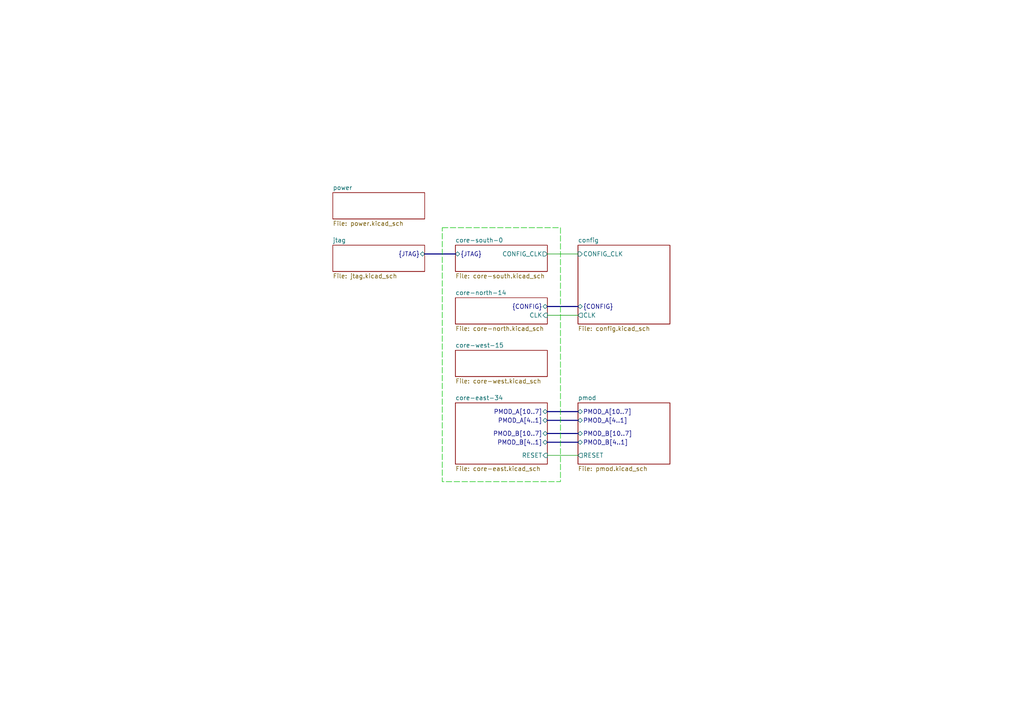
<source format=kicad_sch>
(kicad_sch
	(version 20250114)
	(generator "eeschema")
	(generator_version "9.0")
	(uuid "15e0a42f-48e0-4a5d-9b6b-7d249ffc02ad")
	(paper "A4")
	(title_block
		(title "nuku.carrier.template.basic")
		(date "2025-06-28")
		(rev "0")
		(company "Samuel López Asunción")
		(comment 1 "@supersmau")
	)
	(lib_symbols)
	(bus_alias "CONFIG"
		(members "CONFIG_MOSI_D00" "CONFIG_DIN_D01" "CONFIG_D02" "CONFIG_D03" "CONFIG_FCS_B")
	)
	(bus_alias "JTAG"
		(members "JTAG_TMS" "JTAG_TCK" "JTAG_TDI" "JTAG_TDO")
	)
	(bus_alias "UART"
		(members "UART_TXD" "UART_RXD" "UART_RTS#" "UART_CTS#")
	)
	(rectangle
		(start 128.27 66.04)
		(end 162.56 139.7)
		(stroke
			(width 0)
			(type dash)
			(color 0 194 0 1)
		)
		(fill
			(type none)
		)
		(uuid 58ad5a85-abf7-44fc-88b2-a745afe0a8a4)
	)
	(bus
		(pts
			(xy 158.75 121.92) (xy 167.64 121.92)
		)
		(stroke
			(width 0)
			(type default)
		)
		(uuid "0e7d770b-f2e9-4615-948b-fdb784271de0")
	)
	(bus
		(pts
			(xy 158.75 125.73) (xy 167.64 125.73)
		)
		(stroke
			(width 0)
			(type default)
		)
		(uuid "0e8edf65-0253-4528-839b-eb0a68d3c3d5")
	)
	(bus
		(pts
			(xy 158.75 119.38) (xy 167.64 119.38)
		)
		(stroke
			(width 0)
			(type default)
		)
		(uuid "47e922db-98b9-465d-b533-b096baa558d9")
	)
	(bus
		(pts
			(xy 158.75 88.9) (xy 167.64 88.9)
		)
		(stroke
			(width 0)
			(type default)
		)
		(uuid "4c061994-3bbd-4bfe-954b-9c4bb0836967")
	)
	(bus
		(pts
			(xy 123.19 73.66) (xy 132.08 73.66)
		)
		(stroke
			(width 0)
			(type default)
		)
		(uuid "8ecd5ead-a891-4bd3-a7d7-bdb0750e0715")
	)
	(wire
		(pts
			(xy 158.75 73.66) (xy 167.64 73.66)
		)
		(stroke
			(width 0)
			(type default)
		)
		(uuid "bdf9edea-b8fa-4f40-95d0-b4593fed542e")
	)
	(bus
		(pts
			(xy 158.75 128.27) (xy 167.64 128.27)
		)
		(stroke
			(width 0)
			(type default)
		)
		(uuid "c86fc1fb-6e31-479e-97bf-6a2136adc7ba")
	)
	(wire
		(pts
			(xy 158.75 91.44) (xy 167.64 91.44)
		)
		(stroke
			(width 0)
			(type default)
		)
		(uuid "ee707cf1-517f-4e9b-b57f-c6e493eb19bb")
	)
	(wire
		(pts
			(xy 158.75 132.08) (xy 167.64 132.08)
		)
		(stroke
			(width 0)
			(type default)
		)
		(uuid "fce4b103-1d35-4d4c-8f23-dd831e9424eb")
	)
	(sheet
		(at 96.52 55.88)
		(size 26.67 7.62)
		(exclude_from_sim no)
		(in_bom yes)
		(on_board yes)
		(dnp no)
		(fields_autoplaced yes)
		(stroke
			(width 0.1524)
			(type solid)
		)
		(fill
			(color 0 0 0 0.0000)
		)
		(uuid "03922103-ca39-46ff-af8e-cc2c8380fe09")
		(property "Sheetname" "power"
			(at 96.52 55.1684 0)
			(effects
				(font
					(size 1.27 1.27)
				)
				(justify left bottom)
			)
		)
		(property "Sheetfile" "power.kicad_sch"
			(at 96.52 64.0846 0)
			(effects
				(font
					(size 1.27 1.27)
				)
				(justify left top)
			)
		)
		(instances
			(project "nuku-carrier-template-bridgeless"
				(path "/15e0a42f-48e0-4a5d-9b6b-7d249ffc02ad"
					(page "6")
				)
			)
		)
	)
	(sheet
		(at 132.08 86.36)
		(size 26.67 7.62)
		(exclude_from_sim no)
		(in_bom yes)
		(on_board yes)
		(dnp no)
		(fields_autoplaced yes)
		(stroke
			(width 0.1524)
			(type solid)
		)
		(fill
			(color 0 0 0 0.0000)
		)
		(uuid "1507897b-6bf0-4cd8-8ffb-af51fcc8b5a0")
		(property "Sheetname" "core-north-14"
			(at 132.08 85.6484 0)
			(effects
				(font
					(size 1.27 1.27)
				)
				(justify left bottom)
			)
		)
		(property "Sheetfile" "core-north.kicad_sch"
			(at 132.08 94.5646 0)
			(effects
				(font
					(size 1.27 1.27)
				)
				(justify left top)
			)
		)
		(pin "CLK" input
			(at 158.75 91.44 0)
			(uuid "a6915069-95ce-4a0c-b26c-430a16b09bb0")
			(effects
				(font
					(size 1.27 1.27)
				)
				(justify right)
			)
		)
		(pin "{CONFIG}" bidirectional
			(at 158.75 88.9 0)
			(uuid "84f926cc-cad0-49ab-8f19-2ae5e9d9f25a")
			(effects
				(font
					(size 1.27 1.27)
				)
				(justify right)
			)
		)
		(instances
			(project "nuku-carrier-template-bridgeless"
				(path "/15e0a42f-48e0-4a5d-9b6b-7d249ffc02ad"
					(page "4")
				)
			)
		)
	)
	(sheet
		(at 167.64 71.12)
		(size 26.67 22.86)
		(exclude_from_sim no)
		(in_bom yes)
		(on_board yes)
		(dnp no)
		(fields_autoplaced yes)
		(stroke
			(width 0.1524)
			(type solid)
		)
		(fill
			(color 0 0 0 0.0000)
		)
		(uuid "7dac40ed-a7ca-4544-9148-bf95ff4c6d66")
		(property "Sheetname" "config"
			(at 167.64 70.4084 0)
			(effects
				(font
					(size 1.27 1.27)
				)
				(justify left bottom)
			)
		)
		(property "Sheetfile" "config.kicad_sch"
			(at 167.64 94.5646 0)
			(effects
				(font
					(size 1.27 1.27)
				)
				(justify left top)
			)
		)
		(pin "CLK" output
			(at 167.64 91.44 180)
			(uuid "b5f626b8-d4f6-436f-82ed-a48a79f66167")
			(effects
				(font
					(size 1.27 1.27)
				)
				(justify left)
			)
		)
		(pin "CONFIG_CLK" input
			(at 167.64 73.66 180)
			(uuid "f677118c-d240-4721-a519-91b60a92d0b1")
			(effects
				(font
					(size 1.27 1.27)
				)
				(justify left)
			)
		)
		(pin "{CONFIG}" bidirectional
			(at 167.64 88.9 180)
			(uuid "45c135d6-680e-4e19-8b83-1b7858de71be")
			(effects
				(font
					(size 1.27 1.27)
				)
				(justify left)
			)
		)
		(instances
			(project "nuku-carrier-template-bridgeless"
				(path "/15e0a42f-48e0-4a5d-9b6b-7d249ffc02ad"
					(page "8")
				)
			)
		)
	)
	(sheet
		(at 96.52 71.12)
		(size 26.67 7.62)
		(exclude_from_sim no)
		(in_bom yes)
		(on_board yes)
		(dnp no)
		(fields_autoplaced yes)
		(stroke
			(width 0.1524)
			(type solid)
		)
		(fill
			(color 0 0 0 0.0000)
		)
		(uuid "972ce0b4-5201-4723-8eca-2b6f7e79e9a9")
		(property "Sheetname" "jtag"
			(at 96.52 70.4084 0)
			(effects
				(font
					(size 1.27 1.27)
				)
				(justify left bottom)
			)
		)
		(property "Sheetfile" "jtag.kicad_sch"
			(at 96.52 79.3246 0)
			(effects
				(font
					(size 1.27 1.27)
				)
				(justify left top)
			)
		)
		(pin "{JTAG}" bidirectional
			(at 123.19 73.66 0)
			(uuid "03d97dbc-d90d-4359-9110-adcea1915737")
			(effects
				(font
					(size 1.27 1.27)
				)
				(justify right)
			)
		)
		(instances
			(project "nuku-carrier-template-bridgeless"
				(path "/15e0a42f-48e0-4a5d-9b6b-7d249ffc02ad"
					(page "7")
				)
			)
		)
	)
	(sheet
		(at 132.08 116.84)
		(size 26.67 17.78)
		(exclude_from_sim no)
		(in_bom yes)
		(on_board yes)
		(dnp no)
		(fields_autoplaced yes)
		(stroke
			(width 0.1524)
			(type solid)
		)
		(fill
			(color 0 0 0 0.0000)
		)
		(uuid "a6d2c372-f8eb-4b45-9928-87d1b28a3847")
		(property "Sheetname" "core-east-34"
			(at 132.08 116.1284 0)
			(effects
				(font
					(size 1.27 1.27)
				)
				(justify left bottom)
			)
		)
		(property "Sheetfile" "core-east.kicad_sch"
			(at 132.08 135.2046 0)
			(effects
				(font
					(size 1.27 1.27)
				)
				(justify left top)
			)
		)
		(pin "PMOD_A[4..1]" bidirectional
			(at 158.75 121.92 0)
			(uuid "205690c2-68b9-48ed-8043-a5a95c44dda7")
			(effects
				(font
					(size 1.27 1.27)
				)
				(justify right)
			)
		)
		(pin "PMOD_A[10..7]" bidirectional
			(at 158.75 119.38 0)
			(uuid "e11b0964-c84b-4fa3-8bac-659765db5821")
			(effects
				(font
					(size 1.27 1.27)
				)
				(justify right)
			)
		)
		(pin "PMOD_B[4..1]" bidirectional
			(at 158.75 128.27 0)
			(uuid "bc99f612-a052-4c74-99f6-52473c4d3dc9")
			(effects
				(font
					(size 1.27 1.27)
				)
				(justify right)
			)
		)
		(pin "PMOD_B[10..7]" bidirectional
			(at 158.75 125.73 0)
			(uuid "fa00000e-32c0-4cd1-bfc1-d6d9eda22b66")
			(effects
				(font
					(size 1.27 1.27)
				)
				(justify right)
			)
		)
		(pin "RESET" input
			(at 158.75 132.08 0)
			(uuid "6e5b95eb-c7ff-4849-bbda-a93dc864a359")
			(effects
				(font
					(size 1.27 1.27)
				)
				(justify right)
			)
		)
		(instances
			(project "nuku-carrier-template-bridgeless"
				(path "/15e0a42f-48e0-4a5d-9b6b-7d249ffc02ad"
					(page "3")
				)
			)
		)
	)
	(sheet
		(at 167.64 116.84)
		(size 26.67 17.78)
		(exclude_from_sim no)
		(in_bom yes)
		(on_board yes)
		(dnp no)
		(fields_autoplaced yes)
		(stroke
			(width 0.1524)
			(type solid)
		)
		(fill
			(color 0 0 0 0.0000)
		)
		(uuid "cb35697b-7148-4b12-9d2d-66ae29597163")
		(property "Sheetname" "pmod"
			(at 167.64 116.1284 0)
			(effects
				(font
					(size 1.27 1.27)
				)
				(justify left bottom)
			)
		)
		(property "Sheetfile" "pmod.kicad_sch"
			(at 167.64 135.2046 0)
			(effects
				(font
					(size 1.27 1.27)
				)
				(justify left top)
			)
		)
		(pin "PMOD_A[4..1]" bidirectional
			(at 167.64 121.92 180)
			(uuid "a01275cf-bfdd-4f49-8430-8174bb044ba2")
			(effects
				(font
					(size 1.27 1.27)
				)
				(justify left)
			)
		)
		(pin "PMOD_A[10..7]" bidirectional
			(at 167.64 119.38 180)
			(uuid "e46ffb40-6d6b-41dc-9c63-9a771ac76aef")
			(effects
				(font
					(size 1.27 1.27)
				)
				(justify left)
			)
		)
		(pin "PMOD_B[4..1]" bidirectional
			(at 167.64 128.27 180)
			(uuid "6615f85d-6572-4c48-9503-41d2a02a4493")
			(effects
				(font
					(size 1.27 1.27)
				)
				(justify left)
			)
		)
		(pin "PMOD_B[10..7]" bidirectional
			(at 167.64 125.73 180)
			(uuid "6ef69243-85be-4e12-b69a-39dee790e75c")
			(effects
				(font
					(size 1.27 1.27)
				)
				(justify left)
			)
		)
		(pin "RESET" output
			(at 167.64 132.08 180)
			(uuid "cf0ea381-4da6-494d-adf4-68d3086ed5e6")
			(effects
				(font
					(size 1.27 1.27)
				)
				(justify left)
			)
		)
		(instances
			(project "nuku-carrier-template-bridgeless"
				(path "/15e0a42f-48e0-4a5d-9b6b-7d249ffc02ad"
					(page "9")
				)
			)
		)
	)
	(sheet
		(at 132.08 71.12)
		(size 26.67 7.62)
		(exclude_from_sim no)
		(in_bom yes)
		(on_board yes)
		(dnp no)
		(fields_autoplaced yes)
		(stroke
			(width 0.1524)
			(type solid)
		)
		(fill
			(color 0 0 0 0.0000)
		)
		(uuid "ef4b559c-b874-49e1-888b-254edf65eaa4")
		(property "Sheetname" "core-south-0"
			(at 132.08 70.4084 0)
			(effects
				(font
					(size 1.27 1.27)
				)
				(justify left bottom)
			)
		)
		(property "Sheetfile" "core-south.kicad_sch"
			(at 132.08 79.3246 0)
			(effects
				(font
					(size 1.27 1.27)
				)
				(justify left top)
			)
		)
		(pin "CONFIG_CLK" output
			(at 158.75 73.66 0)
			(uuid "ac55db0d-a1ea-4213-a2f6-e66b6f5a2b9a")
			(effects
				(font
					(size 1.27 1.27)
				)
				(justify right)
			)
		)
		(pin "{JTAG}" bidirectional
			(at 132.08 73.66 180)
			(uuid "8136664d-f79a-488d-b782-4b70e96a34b5")
			(effects
				(font
					(size 1.27 1.27)
				)
				(justify left)
			)
		)
		(instances
			(project "nuku-carrier-template-bridgeless"
				(path "/15e0a42f-48e0-4a5d-9b6b-7d249ffc02ad"
					(page "2")
				)
			)
		)
	)
	(sheet
		(at 132.08 101.6)
		(size 26.67 7.62)
		(exclude_from_sim no)
		(in_bom yes)
		(on_board yes)
		(dnp no)
		(fields_autoplaced yes)
		(stroke
			(width 0.1524)
			(type solid)
		)
		(fill
			(color 0 0 0 0.0000)
		)
		(uuid "f5fddfe7-b42d-4071-b0c3-78519ce86dea")
		(property "Sheetname" "core-west-15"
			(at 132.08 100.8884 0)
			(effects
				(font
					(size 1.27 1.27)
				)
				(justify left bottom)
			)
		)
		(property "Sheetfile" "core-west.kicad_sch"
			(at 132.08 109.8046 0)
			(effects
				(font
					(size 1.27 1.27)
				)
				(justify left top)
			)
		)
		(instances
			(project "nuku-carrier-template-bridgeless"
				(path "/15e0a42f-48e0-4a5d-9b6b-7d249ffc02ad"
					(page "5")
				)
			)
		)
	)
	(sheet_instances
		(path "/"
			(page "1")
		)
	)
	(embedded_fonts no)
)

</source>
